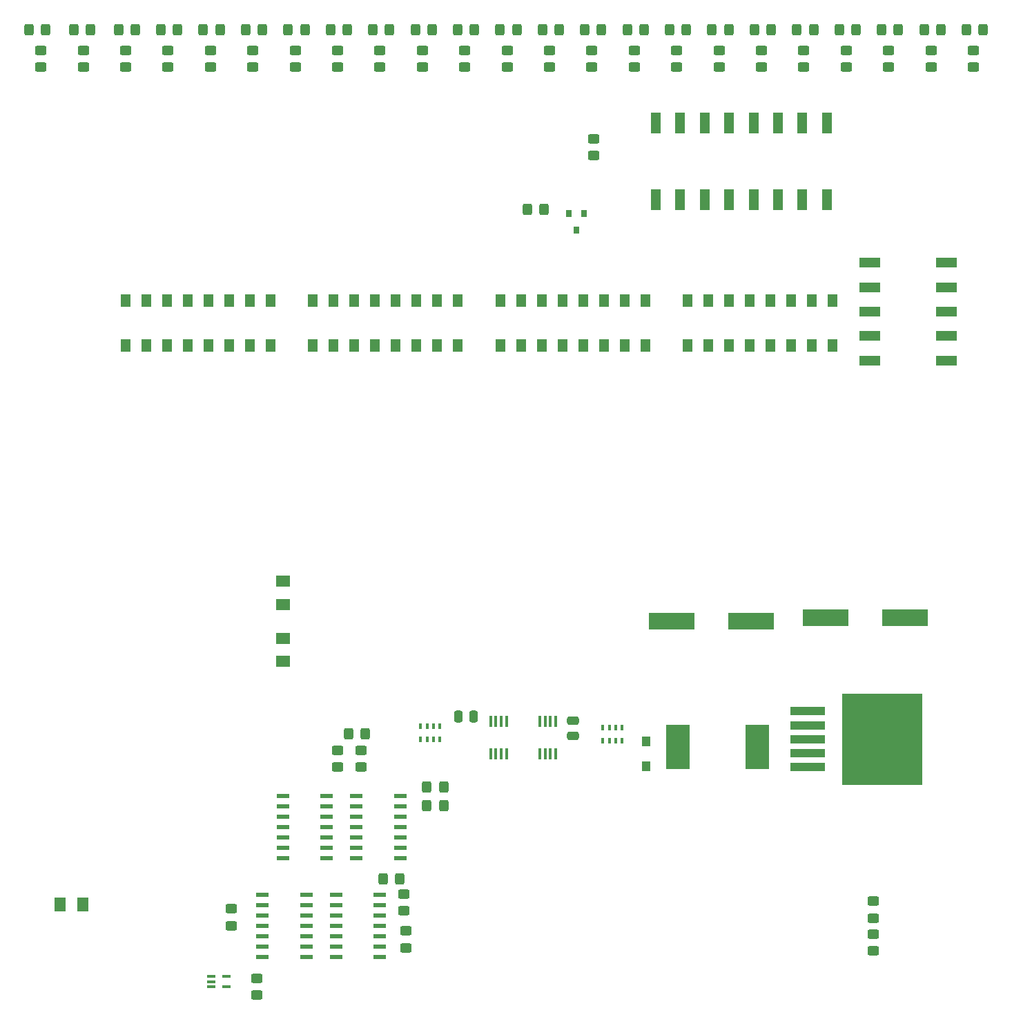
<source format=gtp>
%TF.GenerationSoftware,KiCad,Pcbnew,8.0.4*%
%TF.CreationDate,2024-10-16T17:02:47+10:30*%
%TF.ProjectId,power_and_monotoring,706f7765-725f-4616-9e64-5f6d6f6e6f74,rev?*%
%TF.SameCoordinates,Original*%
%TF.FileFunction,Paste,Top*%
%TF.FilePolarity,Positive*%
%FSLAX46Y46*%
G04 Gerber Fmt 4.6, Leading zero omitted, Abs format (unit mm)*
G04 Created by KiCad (PCBNEW 8.0.4) date 2024-10-16 17:02:47*
%MOMM*%
%LPD*%
G01*
G04 APERTURE LIST*
G04 Aperture macros list*
%AMRoundRect*
0 Rectangle with rounded corners*
0 $1 Rounding radius*
0 $2 $3 $4 $5 $6 $7 $8 $9 X,Y pos of 4 corners*
0 Add a 4 corners polygon primitive as box body*
4,1,4,$2,$3,$4,$5,$6,$7,$8,$9,$2,$3,0*
0 Add four circle primitives for the rounded corners*
1,1,$1+$1,$2,$3*
1,1,$1+$1,$4,$5*
1,1,$1+$1,$6,$7*
1,1,$1+$1,$8,$9*
0 Add four rect primitives between the rounded corners*
20,1,$1+$1,$2,$3,$4,$5,0*
20,1,$1+$1,$4,$5,$6,$7,0*
20,1,$1+$1,$6,$7,$8,$9,0*
20,1,$1+$1,$8,$9,$2,$3,0*%
G04 Aperture macros list end*
%ADD10RoundRect,0.250000X0.450000X-0.325000X0.450000X0.325000X-0.450000X0.325000X-0.450000X-0.325000X0*%
%ADD11R,1.270000X2.540000*%
%ADD12R,0.450000X0.800000*%
%ADD13RoundRect,0.250000X-0.325000X-0.450000X0.325000X-0.450000X0.325000X0.450000X-0.325000X0.450000X0*%
%ADD14R,0.800000X0.900000*%
%ADD15RoundRect,0.249550X-0.450450X0.325450X-0.450450X-0.325450X0.450450X-0.325450X0.450450X0.325450X0*%
%ADD16RoundRect,0.250000X-0.450000X0.325000X-0.450000X-0.325000X0.450000X-0.325000X0.450000X0.325000X0*%
%ADD17R,1.340000X1.800000*%
%ADD18R,1.270000X1.560000*%
%ADD19R,2.900000X5.400000*%
%ADD20R,1.550000X0.600000*%
%ADD21RoundRect,0.250000X0.325000X0.450000X-0.325000X0.450000X-0.325000X-0.450000X0.325000X-0.450000X0*%
%ADD22R,5.700000X2.000000*%
%ADD23R,4.320000X1.020000*%
%ADD24R,9.910000X11.180000*%
%ADD25R,2.540000X1.270000*%
%ADD26R,1.800000X1.340000*%
%ADD27R,1.120000X1.240000*%
%ADD28RoundRect,0.250000X-0.475000X0.250000X-0.475000X-0.250000X0.475000X-0.250000X0.475000X0.250000X0*%
%ADD29RoundRect,0.250000X0.250000X0.475000X-0.250000X0.475000X-0.250000X-0.475000X0.250000X-0.475000X0*%
%ADD30R,1.050000X0.400000*%
%ADD31R,0.450000X1.350000*%
%ADD32RoundRect,0.249550X0.450450X-0.325450X0.450450X0.325450X-0.450450X0.325450X-0.450450X-0.325450X0*%
G04 APERTURE END LIST*
D10*
%TO.C,R15*%
X60657600Y-138817000D03*
X60657600Y-136767000D03*
%TD*%
D11*
%TO.C,J7*%
X141462400Y-155068000D03*
X138462400Y-155068000D03*
X135462400Y-155068000D03*
X132462400Y-155068000D03*
X129462400Y-155068000D03*
X126462400Y-155068000D03*
X123462400Y-155068000D03*
X120462400Y-155068000D03*
X141462400Y-145668000D03*
X138462400Y-145668000D03*
X135462400Y-145668000D03*
X132462400Y-145668000D03*
X129462400Y-145668000D03*
X126462400Y-145668000D03*
X123462400Y-145668000D03*
X120462400Y-145668000D03*
%TD*%
D10*
%TO.C,R18*%
X76257600Y-138817000D03*
X76257600Y-136767000D03*
%TD*%
D12*
%TO.C,RN1*%
X94018000Y-219532400D03*
X93218000Y-219532400D03*
X92418000Y-219532400D03*
X91618000Y-219532400D03*
X91618000Y-221132400D03*
X92418000Y-221132400D03*
X93218000Y-221132400D03*
X94018000Y-221132400D03*
%TD*%
D13*
%TO.C,D22*%
X153377400Y-134248400D03*
X155427400Y-134248400D03*
%TD*%
D14*
%TO.C,Q1*%
X111709200Y-156768800D03*
X109809200Y-156768800D03*
X110759200Y-158768800D03*
%TD*%
D15*
%TO.C,C2*%
X71526400Y-250435000D03*
D16*
X71526400Y-252485000D03*
%TD*%
D17*
%TO.C,D26*%
X47381200Y-241401600D03*
X50241200Y-241401600D03*
%TD*%
D10*
%TO.C,R33*%
X138639200Y-138817000D03*
X138639200Y-136767000D03*
%TD*%
D18*
%TO.C,J5*%
X124415208Y-172937981D03*
X124415208Y-167377981D03*
X126955208Y-172937981D03*
X126955208Y-167377981D03*
X129495208Y-172937981D03*
X129495208Y-167377981D03*
X132035208Y-172937981D03*
X132035208Y-167377981D03*
X134575208Y-172937981D03*
X134575208Y-167377981D03*
X137115208Y-172937981D03*
X137115208Y-167377981D03*
X139655208Y-172937981D03*
X139655208Y-167377981D03*
X142195208Y-172937981D03*
X142195208Y-167377981D03*
%TD*%
%TO.C,J4*%
X101415208Y-172937981D03*
X101415208Y-167377981D03*
X103955208Y-172937981D03*
X103955208Y-167377981D03*
X106495208Y-172937981D03*
X106495208Y-167377981D03*
X109035208Y-172937981D03*
X109035208Y-167377981D03*
X111575208Y-172937981D03*
X111575208Y-167377981D03*
X114115208Y-172937981D03*
X114115208Y-167377981D03*
X116655208Y-172937981D03*
X116655208Y-167377981D03*
X119195208Y-172937981D03*
X119195208Y-167377981D03*
%TD*%
D13*
%TO.C,D14*%
X111777400Y-134248400D03*
X113827400Y-134248400D03*
%TD*%
D10*
%TO.C,R17*%
X71057600Y-138817000D03*
X71057600Y-136767000D03*
%TD*%
D19*
%TO.C,L1*%
X132892800Y-222097600D03*
X123192800Y-222097600D03*
%TD*%
D10*
%TO.C,R32*%
X133439200Y-138817000D03*
X133439200Y-136767000D03*
%TD*%
D13*
%TO.C,D5*%
X64977400Y-134248400D03*
X67027400Y-134248400D03*
%TD*%
%TO.C,R29*%
X87011400Y-238302800D03*
X89061400Y-238302800D03*
%TD*%
%TO.C,D7*%
X75377400Y-134248400D03*
X77427400Y-134248400D03*
%TD*%
D10*
%TO.C,R25*%
X107439200Y-138817000D03*
X107439200Y-136767000D03*
%TD*%
%TO.C,R27*%
X117839200Y-138817000D03*
X117839200Y-136767000D03*
%TD*%
D13*
%TO.C,D1*%
X43577400Y-134248400D03*
X45627400Y-134248400D03*
%TD*%
D10*
%TO.C,R7*%
X68427600Y-244001400D03*
X68427600Y-241951400D03*
%TD*%
%TO.C,R28*%
X123039200Y-138817000D03*
X123039200Y-136767000D03*
%TD*%
D20*
%TO.C,U4*%
X83719200Y-228142800D03*
X83719200Y-229412800D03*
X83719200Y-230682800D03*
X83719200Y-231952800D03*
X83719200Y-233222800D03*
X83719200Y-234492800D03*
X83719200Y-235762800D03*
X89119200Y-235762800D03*
X89119200Y-234492800D03*
X89119200Y-233222800D03*
X89119200Y-231952800D03*
X89119200Y-230682800D03*
X89119200Y-229412800D03*
X89119200Y-228142800D03*
%TD*%
D18*
%TO.C,J3*%
X78415208Y-172937981D03*
X78415208Y-167377981D03*
X80955208Y-172937981D03*
X80955208Y-167377981D03*
X83495208Y-172937981D03*
X83495208Y-167377981D03*
X86035208Y-172937981D03*
X86035208Y-167377981D03*
X88575208Y-172937981D03*
X88575208Y-167377981D03*
X91115208Y-172937981D03*
X91115208Y-167377981D03*
X93655208Y-172937981D03*
X93655208Y-167377981D03*
X96195208Y-172937981D03*
X96195208Y-167377981D03*
%TD*%
D13*
%TO.C,D19*%
X137777400Y-134248400D03*
X139827400Y-134248400D03*
%TD*%
%TO.C,D9*%
X85777400Y-134248400D03*
X87827400Y-134248400D03*
%TD*%
D10*
%TO.C,R23*%
X97039200Y-138817000D03*
X97039200Y-136767000D03*
%TD*%
D12*
%TO.C,RN2*%
X116370000Y-219710000D03*
X115570000Y-219710000D03*
X114770000Y-219710000D03*
X113970000Y-219710000D03*
X113970000Y-221310000D03*
X114770000Y-221310000D03*
X115570000Y-221310000D03*
X116370000Y-221310000D03*
%TD*%
D10*
%TO.C,R9*%
X112826800Y-149606000D03*
X112826800Y-147556000D03*
%TD*%
%TO.C,R38*%
X159439200Y-138817000D03*
X159439200Y-136767000D03*
%TD*%
%TO.C,R14*%
X55457600Y-138817000D03*
X55457600Y-136767000D03*
%TD*%
D21*
%TO.C,R10*%
X106781600Y-156260800D03*
X104731600Y-156260800D03*
%TD*%
D10*
%TO.C,R34*%
X143839200Y-138817000D03*
X143839200Y-136767000D03*
%TD*%
D13*
%TO.C,D21*%
X148177400Y-134248400D03*
X150227400Y-134248400D03*
%TD*%
D16*
%TO.C,R30*%
X89611200Y-240122600D03*
X89611200Y-242172600D03*
%TD*%
D18*
%TO.C,J2*%
X55415208Y-172937981D03*
X55415208Y-167377981D03*
X57955208Y-172937981D03*
X57955208Y-167377981D03*
X60495208Y-172937981D03*
X60495208Y-167377981D03*
X63035208Y-172937981D03*
X63035208Y-167377981D03*
X65575208Y-172937981D03*
X65575208Y-167377981D03*
X68115208Y-172937981D03*
X68115208Y-167377981D03*
X70655208Y-172937981D03*
X70655208Y-167377981D03*
X73195208Y-172937981D03*
X73195208Y-167377981D03*
%TD*%
D20*
%TO.C,U7*%
X77638400Y-247853200D03*
X77638400Y-246583200D03*
X77638400Y-245313200D03*
X77638400Y-244043200D03*
X77638400Y-242773200D03*
X77638400Y-241503200D03*
X77638400Y-240233200D03*
X72238400Y-240233200D03*
X72238400Y-241503200D03*
X72238400Y-242773200D03*
X72238400Y-244043200D03*
X72238400Y-245313200D03*
X72238400Y-246583200D03*
X72238400Y-247853200D03*
%TD*%
D10*
%TO.C,R31*%
X128239200Y-138817000D03*
X128239200Y-136767000D03*
%TD*%
D13*
%TO.C,D15*%
X116977400Y-134248400D03*
X119027400Y-134248400D03*
%TD*%
%TO.C,D2*%
X49077400Y-134248400D03*
X51127400Y-134248400D03*
%TD*%
D10*
%TO.C,R37*%
X154239200Y-138817000D03*
X154239200Y-136767000D03*
%TD*%
D22*
%TO.C,C8*%
X122430800Y-206705200D03*
X132130800Y-206705200D03*
%TD*%
D23*
%TO.C,IC3*%
X139089400Y-217732400D03*
X139089400Y-219432400D03*
X139089400Y-221132400D03*
X139089400Y-222832400D03*
X139089400Y-224532400D03*
D24*
X148234400Y-221132400D03*
%TD*%
D10*
%TO.C,R39*%
X86639200Y-138817000D03*
X86639200Y-136767000D03*
%TD*%
D16*
%TO.C,R45*%
X147116800Y-245008400D03*
X147116800Y-247058400D03*
%TD*%
D10*
%TO.C,R36*%
X149039200Y-138817000D03*
X149039200Y-136767000D03*
%TD*%
D13*
%TO.C,D20*%
X142977400Y-134248400D03*
X145027400Y-134248400D03*
%TD*%
D25*
%TO.C,J6*%
X146734800Y-174762450D03*
X146734800Y-171762450D03*
X146734800Y-168762450D03*
X146734800Y-165762450D03*
X146734800Y-162762450D03*
X156134800Y-174762450D03*
X156134800Y-171762450D03*
X156134800Y-168762450D03*
X156134800Y-165762450D03*
X156134800Y-162762450D03*
%TD*%
D16*
%TO.C,R19*%
X84328000Y-222495000D03*
X84328000Y-224545000D03*
%TD*%
D26*
%TO.C,D25*%
X74777600Y-208780400D03*
X74777600Y-211640400D03*
%TD*%
D13*
%TO.C,D17*%
X127377400Y-134248400D03*
X129427400Y-134248400D03*
%TD*%
%TO.C,D6*%
X70177400Y-134248400D03*
X72227400Y-134248400D03*
%TD*%
%TO.C,D12*%
X101377400Y-134248400D03*
X103427400Y-134248400D03*
%TD*%
D10*
%TO.C,R5*%
X81439200Y-138817000D03*
X81439200Y-136767000D03*
%TD*%
D13*
%TO.C,D18*%
X132577400Y-134248400D03*
X134627400Y-134248400D03*
%TD*%
%TO.C,D16*%
X122177400Y-134248400D03*
X124227400Y-134248400D03*
%TD*%
%TO.C,D3*%
X54577400Y-134248400D03*
X56627400Y-134248400D03*
%TD*%
%TO.C,D13*%
X106577400Y-134248400D03*
X108627400Y-134248400D03*
%TD*%
D27*
%TO.C,D27*%
X119278400Y-224447800D03*
X119278400Y-221447800D03*
%TD*%
D13*
%TO.C,D11*%
X96177400Y-134248400D03*
X98227400Y-134248400D03*
%TD*%
D10*
%TO.C,R24*%
X102239200Y-138817000D03*
X102239200Y-136767000D03*
%TD*%
D28*
%TO.C,C11*%
X110286800Y-218861600D03*
X110286800Y-220761600D03*
%TD*%
D10*
%TO.C,R16*%
X65857600Y-138817000D03*
X65857600Y-136767000D03*
%TD*%
D16*
%TO.C,R44*%
X147116800Y-241008400D03*
X147116800Y-243058400D03*
%TD*%
D20*
%TO.C,U3*%
X74719200Y-228142800D03*
X74719200Y-229412800D03*
X74719200Y-230682800D03*
X74719200Y-231952800D03*
X74719200Y-233222800D03*
X74719200Y-234492800D03*
X74719200Y-235762800D03*
X80119200Y-235762800D03*
X80119200Y-234492800D03*
X80119200Y-233222800D03*
X80119200Y-231952800D03*
X80119200Y-230682800D03*
X80119200Y-229412800D03*
X80119200Y-228142800D03*
%TD*%
D21*
%TO.C,R3*%
X84845000Y-220522800D03*
X82795000Y-220522800D03*
%TD*%
D10*
%TO.C,R21*%
X45057600Y-138817000D03*
X45057600Y-136767000D03*
%TD*%
D13*
%TO.C,D8*%
X80577400Y-134248400D03*
X82627400Y-134248400D03*
%TD*%
%TO.C,D23*%
X158577400Y-134248400D03*
X160627400Y-134248400D03*
%TD*%
%TO.C,D10*%
X90977400Y-134248400D03*
X93027400Y-134248400D03*
%TD*%
D26*
%TO.C,D24*%
X74726800Y-201770000D03*
X74726800Y-204630000D03*
%TD*%
D10*
%TO.C,R22*%
X91839200Y-138817000D03*
X91839200Y-136767000D03*
%TD*%
D29*
%TO.C,C10*%
X98130400Y-218389200D03*
X96230400Y-218389200D03*
%TD*%
D30*
%TO.C,U1*%
X65953600Y-250200400D03*
X65953600Y-250850400D03*
X65953600Y-251500400D03*
X67853600Y-251500400D03*
X67853600Y-250200400D03*
%TD*%
D31*
%TO.C,IC2*%
X106263800Y-222955000D03*
X106913800Y-222955000D03*
X107563800Y-222955000D03*
X108213800Y-222955000D03*
X108213800Y-219005000D03*
X107563800Y-219005000D03*
X106913800Y-219005000D03*
X106263800Y-219005000D03*
%TD*%
D32*
%TO.C,C7*%
X81432400Y-224545000D03*
D10*
X81432400Y-222495000D03*
%TD*%
%TO.C,R26*%
X112639200Y-138817000D03*
X112639200Y-136767000D03*
%TD*%
%TO.C,R13*%
X50257600Y-138817000D03*
X50257600Y-136767000D03*
%TD*%
D15*
%TO.C,C3*%
X89865200Y-244643800D03*
D16*
X89865200Y-246693800D03*
%TD*%
D13*
%TO.C,R50*%
X92396200Y-227025200D03*
X94446200Y-227025200D03*
%TD*%
D20*
%TO.C,U2*%
X86638400Y-247853200D03*
X86638400Y-246583200D03*
X86638400Y-245313200D03*
X86638400Y-244043200D03*
X86638400Y-242773200D03*
X86638400Y-241503200D03*
X86638400Y-240233200D03*
X81238400Y-240233200D03*
X81238400Y-241503200D03*
X81238400Y-242773200D03*
X81238400Y-244043200D03*
X81238400Y-245313200D03*
X81238400Y-246583200D03*
X81238400Y-247853200D03*
%TD*%
D31*
%TO.C,IC1*%
X100218600Y-222955000D03*
X100868600Y-222955000D03*
X101518600Y-222955000D03*
X102168600Y-222955000D03*
X102168600Y-219005000D03*
X101518600Y-219005000D03*
X100868600Y-219005000D03*
X100218600Y-219005000D03*
%TD*%
D13*
%TO.C,D4*%
X59777400Y-134248400D03*
X61827400Y-134248400D03*
%TD*%
%TO.C,R51*%
X92405200Y-229260400D03*
X94455200Y-229260400D03*
%TD*%
D22*
%TO.C,C6*%
X141343600Y-206248000D03*
X151043600Y-206248000D03*
%TD*%
M02*

</source>
